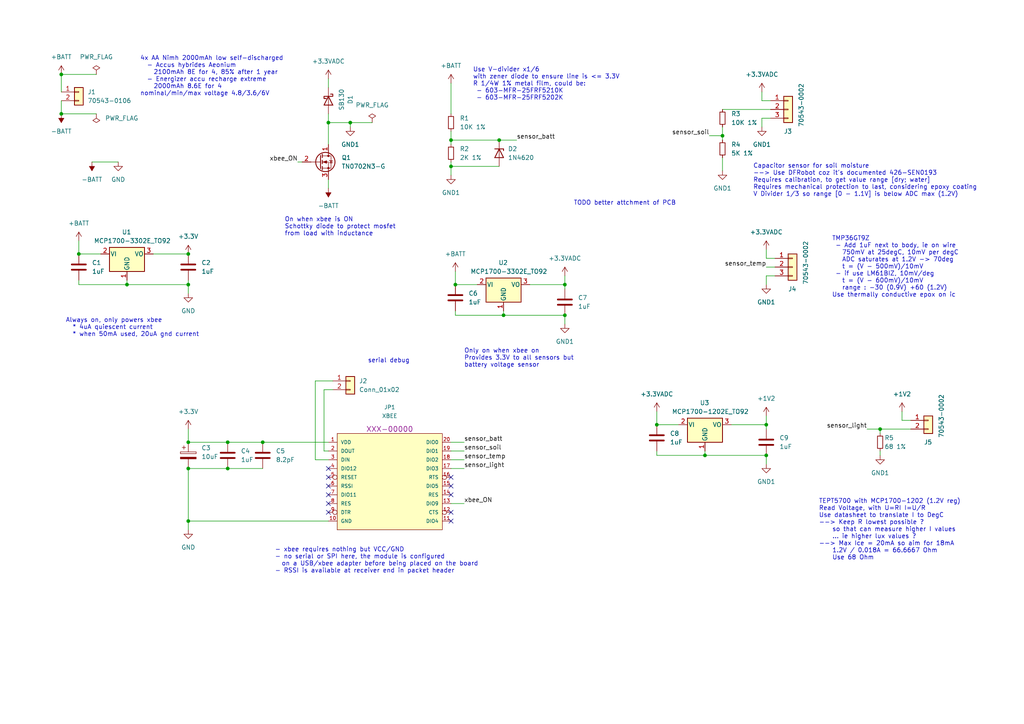
<source format=kicad_sch>
(kicad_sch (version 20211123) (generator eeschema)
  (paper "A4")
  (title_block (title "Garden Reporter Probe") (date "2022-09-13") (rev "1.0") (company "While-True") (comment 1 "Bastien Auneau"))
  (lib_symbols
    (symbol "Connector_Generic:Conn_01x02" (pin_names (offset 1.016) hide)
      (property "Reference" "J" (at 0 2.54 0))
      (property "Value" "Conn_01x02" (at 0 -5.08 0))
      (symbol "Conn_01x02_1_1"
        (rectangle (start -1.27 -2.413) (end 0 -2.667) (stroke (width 0.1524)))
        (rectangle (start -1.27 0.127) (end 0 -0.127) (stroke (width 0.1524)))
        (rectangle (start -1.27 1.27) (end 1.27 -3.81) (stroke (width 0.254)) (fill (type background)))
        (pin passive line (at -5.08 0 0) (length 3.81) (name "Pin_1") (number "1"))
        (pin passive line (at -5.08 -2.54 0) (length 3.81) (name "Pin_2") (number "2"))
      )
    )
    (symbol "Connector_Generic:Conn_01x03" (pin_names (offset 1.016) hide)
      (property "Reference" "J" (at 0 5.08 0))
      (property "Value" "Conn_01x03" (at 0 -5.08 0))
      (symbol "Conn_01x03_1_1"
        (rectangle (start -1.27 -2.413) (end 0 -2.667) (stroke (width 0.1524)))
        (rectangle (start -1.27 0.127) (end 0 -0.127) (stroke (width 0.1524)))
        (rectangle (start -1.27 2.667) (end 0 2.413) (stroke (width 0.1524)))
        (rectangle (start -1.27 3.81) (end 1.27 -3.81) (stroke (width 0.254)) (fill (type background)))
        (pin passive line (at -5.08 2.54 0) (length 3.81) (name "Pin_1") (number "1"))
        (pin passive line (at -5.08 0 0) (length 3.81) (name "Pin_2") (number "2"))
        (pin passive line (at -5.08 -2.54 0) (length 3.81) (name "Pin_3") (number "3"))
      )
    )
    (symbol "Device:C" (pin_numbers hide) (pin_names (offset 0.254))
      (property "Reference" "C" (at 0.635 2.54 0))
      (property "Value" "C" (at 0.635 -2.54 0))
      (symbol "C_0_1"
        (polyline (pts (xy -2.032 -0.762) (xy 2.032 -0.762)) (stroke (width 0.508)))
        (polyline (pts (xy -2.032 0.762) (xy 2.032 0.762)) (stroke (width 0.508)))
      )
      (symbol "C_1_1"
        (pin passive line (at 0 3.81 270) (length 2.794) (name "~") (number "1"))
        (pin passive line (at 0 -3.81 90) (length 2.794) (name "~") (number "2"))
      )
    )
    (symbol "Device:C_Polarized" (pin_numbers hide) (pin_names (offset 0.254))
      (property "Reference" "C" (at 0.635 2.54 0))
      (property "Value" "C_Polarized" (at 0.635 -2.54 0))
      (symbol "C_Polarized_0_1"
        (rectangle (start -2.286 0.508) (end 2.286 1.016))
        (polyline (pts (xy -1.778 2.286) (xy -0.762 2.286)))
        (polyline (pts (xy -1.27 2.794) (xy -1.27 1.778)))
        (rectangle (start 2.286 -0.508) (end -2.286 -1.016) (fill (type outline)))
      )
      (symbol "C_Polarized_1_1"
        (pin passive line (at 0 3.81 270) (length 2.794) (name "~") (number "1"))
        (pin passive line (at 0 -3.81 90) (length 2.794) (name "~") (number "2"))
      )
    )
    (symbol "Device:D_Schottky" (pin_numbers hide) (pin_names (offset 1.016) hide)
      (property "Reference" "D" (at 0 2.54 0))
      (property "Value" "D_Schottky" (at 0 -2.54 0))
      (symbol "D_Schottky_0_1"
        (polyline (pts (xy 1.27 0) (xy -1.27 0)))
        (polyline (pts (xy 1.27 1.27) (xy 1.27 -1.27) (xy -1.27 0) (xy 1.27 1.27)) (stroke (width 0.254)))
        (polyline (pts (xy -1.905 0.635) (xy -1.905 1.27) (xy -1.27 1.27) (xy -1.27 -1.27) (xy -0.635 -1.27) (xy -0.635 -0.635)) (stroke (width 0.254)))
      )
      (symbol "D_Schottky_1_1"
        (pin passive line (at -3.81 0 0) (length 2.54) (name "K") (number "1"))
        (pin passive line (at 3.81 0 180) (length 2.54) (name "A") (number "2"))
      )
    )
    (symbol "Device:D_Zener" (pin_numbers hide) (pin_names (offset 1.016) hide)
      (property "Reference" "D" (at 0 2.54 0))
      (property "Value" "D_Zener" (at 0 -2.54 0))
      (symbol "D_Zener_0_1"
        (polyline (pts (xy 1.27 0) (xy -1.27 0)))
        (polyline (pts (xy -1.27 -1.27) (xy -1.27 1.27) (xy -0.762 1.27)) (stroke (width 0.254)))
        (polyline (pts (xy 1.27 -1.27) (xy 1.27 1.27) (xy -1.27 0) (xy 1.27 -1.27)) (stroke (width 0.254)))
      )
      (symbol "D_Zener_1_1"
        (pin passive line (at -3.81 0 0) (length 2.54) (name "K") (number "1"))
        (pin passive line (at 3.81 0 180) (length 2.54) (name "A") (number "2"))
      )
    )
    (symbol "Device:Q_NMOS_DGS" (pin_names (offset 0) hide)
      (property "Reference" "Q" (at 5.08 1.27 0))
      (property "Value" "Q_NMOS_DGS" (at 5.08 -1.27 0))
      (symbol "Q_NMOS_DGS_0_1"
        (polyline (pts (xy 0.254 0) (xy -2.54 0)))
        (polyline (pts (xy 0.254 1.905) (xy 0.254 -1.905)) (stroke (width 0.254)))
        (polyline (pts (xy 0.762 -1.27) (xy 0.762 -2.286)) (stroke (width 0.254)))
        (polyline (pts (xy 0.762 0.508) (xy 0.762 -0.508)) (stroke (width 0.254)))
        (polyline (pts (xy 0.762 2.286) (xy 0.762 1.27)) (stroke (width 0.254)))
        (polyline (pts (xy 2.54 2.54) (xy 2.54 1.778)))
        (polyline (pts (xy 2.54 -2.54) (xy 2.54 0) (xy 0.762 0)))
        (polyline (pts (xy 0.762 -1.778) (xy 3.302 -1.778) (xy 3.302 1.778) (xy 0.762 1.778)))
        (polyline (pts (xy 1.016 0) (xy 2.032 0.381) (xy 2.032 -0.381) (xy 1.016 0)) (fill (type outline)))
        (polyline (pts (xy 2.794 0.508) (xy 2.921 0.381) (xy 3.683 0.381) (xy 3.81 0.254)))
        (polyline (pts (xy 3.302 0.381) (xy 2.921 -0.254) (xy 3.683 -0.254) (xy 3.302 0.381)))
        (circle (center 1.651 0) (radius 2.794) (stroke (width 0.254)))
        (circle (center 2.54 -1.778) (radius 0.254) (fill (type outline)))
        (circle (center 2.54 1.778) (radius 0.254) (fill (type outline)))
      )
      (symbol "Q_NMOS_DGS_1_1"
        (pin passive line (at 2.54 5.08 270) (length 2.54) (name "D") (number "1"))
        (pin input line (at -5.08 0 0) (length 2.54) (name "G") (number "2"))
        (pin passive line (at 2.54 -5.08 90) (length 2.54) (name "S") (number "3"))
      )
    )
    (symbol "Device:R_Small" (pin_numbers hide) (pin_names (offset 0.254) hide)
      (property "Reference" "R" (at 0.762 0.508 0))
      (property "Value" "R_Small" (at 0.762 -1.016 0))
      (symbol "R_Small_0_1"
        (rectangle (start -0.762 1.778) (end 0.762 -1.778) (stroke (width 0.2032)))
      )
      (symbol "R_Small_1_1"
        (pin passive line (at 0 2.54 270) (length 0.762) (name "~") (number "1"))
        (pin passive line (at 0 -2.54 90) (length 0.762) (name "~") (number "2"))
      )
    )
    (symbol "Regulator_Linear:MCP1700-3302E_TO92" (pin_names (offset 0.254))
      (property "Reference" "U" (at -3.81 -3.175 0))
      (property "Value" "MCP1700-3302E_TO92" (at 0 -3.175 0))
      (symbol "MCP1700-3302E_TO92_0_1"
        (rectangle (start -5.08 5.08) (end 5.08 -1.905) (stroke (width 0.254)) (fill (type background)))
      )
      (symbol "MCP1700-3302E_TO92_1_1"
        (pin power_in line (at 0 7.62 270) (length 2.54) (name "GND") (number "1"))
        (pin power_in line (at -7.62 0 0) (length 2.54) (name "VI") (number "2"))
        (pin power_out line (at 7.62 0 180) (length 2.54) (name "VO") (number "3"))
      )
    )
    (symbol "SparkFun-RF:XBEE" (pin_names (offset 1.016))
      (property "Reference" "JP" (at -15.24 13.97 0))
      (property "Value" "XBEE" (at -15.24 -17.78 0))
      (property "Field4" "XXX-00000" (at 0 16.51 0))
      (symbol "XBEE_1_1"
        (polyline (pts (xy -15.24 12.7) (xy 15.24 12.7) (xy 15.24 -15.24) (xy -15.24 -15.24) (xy -15.24 12.7)) (fill (type background)))
        (pin power_in line (at -17.78 10.16 0) (length 2.54) (name "VDD") (number "1"))
        (pin power_in line (at -17.78 -12.7 0) (length 2.54) (name "GND") (number "10"))
        (pin bidirectional line (at 17.78 -12.7 180) (length 2.54) (name "DIO4") (number "11"))
        (pin output inverted (at 17.78 -10.16 180) (length 2.54) (name "CTS") (number "12"))
        (pin bidirectional line (at 17.78 -7.62 180) (length 2.54) (name "DIO9") (number "13"))
        (pin bidirectional line (at 17.78 -5.08 180) (length 2.54) (name "RES") (number "14"))
        (pin bidirectional line (at 17.78 -2.54 180) (length 2.54) (name "DIO5") (number "15"))
        (pin input inverted (at 17.78 0 180) (length 2.54) (name "RTS") (number "16"))
        (pin bidirectional line (at 17.78 2.54 180) (length 2.54) (name "DIO3") (number "17"))
        (pin bidirectional line (at 17.78 5.08 180) (length 2.54) (name "DIO2") (number "18"))
        (pin bidirectional line (at 17.78 7.62 180) (length 2.54) (name "DIO1") (number "19"))
        (pin output line (at -17.78 7.62 0) (length 2.54) (name "DOUT") (number "2"))
        (pin bidirectional line (at 17.78 10.16 180) (length 2.54) (name "DIO0") (number "20"))
        (pin input line (at -17.78 5.08 0) (length 2.54) (name "DIN") (number "3"))
        (pin bidirectional line (at -17.78 2.54 0) (length 2.54) (name "DIO12") (number "4"))
        (pin input inverted (at -17.78 0 0) (length 2.54) (name "RESET") (number "5"))
        (pin bidirectional line (at -17.78 -2.54 0) (length 2.54) (name "RSSI") (number "6"))
        (pin bidirectional line (at -17.78 -5.08 0) (length 2.54) (name "DIO11") (number "7"))
        (pin bidirectional line (at -17.78 -7.62 0) (length 2.54) (name "RES") (number "8"))
        (pin bidirectional inverted (at -17.78 -10.16 0) (length 2.54) (name "DTR") (number "9"))
      )
    )
    (symbol "power:+1V2" (power) (pin_names (offset 0))
      (property "Value" "+1V2" (at 0 3.556 0))
      (symbol "+1V2_0_1"
        (polyline (pts (xy -0.762 1.27) (xy 0 2.54)))
        (polyline (pts (xy 0 0) (xy 0 2.54)))
        (polyline (pts (xy 0 2.54) (xy 0.762 1.27)))
      )
      (symbol "+1V2_1_1"
        (pin power_in line (at 0 0 90) (length 0) hide (name "+1V2") (number "1"))
      )
    )
    (symbol "power:+3.3V" (power) (pin_names (offset 0))
      (property "Value" "+3.3V" (at 0 3.556 0))
      (symbol "+3.3V_0_1"
        (polyline (pts (xy -0.762 1.27) (xy 0 2.54)))
        (polyline (pts (xy 0 0) (xy 0 2.54)))
        (polyline (pts (xy 0 2.54) (xy 0.762 1.27)))
      )
      (symbol "+3.3V_1_1"
        (pin power_in line (at 0 0 90) (length 0) hide (name "+3.3V") (number "1"))
      )
    )
    (symbol "power:+3.3VADC" (power) (pin_names (offset 0))
      (property "Value" "+3.3VADC" (at 0 2.54 0))
      (symbol "+3.3VADC_0_0"
        (pin power_in line (at 0 0 90) (length 0) hide (name "+3.3VADC") (number "1"))
      )
      (symbol "+3.3VADC_0_1"
        (polyline (pts (xy -0.762 1.27) (xy 0 2.54)))
        (polyline (pts (xy 0 0) (xy 0 2.54)))
        (polyline (pts (xy 0 2.54) (xy 0.762 1.27)))
      )
    )
    (symbol "power:+BATT" (power) (pin_names (offset 0))
      (property "Value" "+BATT" (at 0 3.556 0))
      (symbol "+BATT_0_1"
        (polyline (pts (xy -0.762 1.27) (xy 0 2.54)))
        (polyline (pts (xy 0 0) (xy 0 2.54)))
        (polyline (pts (xy 0 2.54) (xy 0.762 1.27)))
      )
      (symbol "+BATT_1_1"
        (pin power_in line (at 0 0 90) (length 0) hide (name "+BATT") (number "1"))
      )
    )
    (symbol "power:-BATT" (power) (pin_names (offset 0))
      (property "Value" "-BATT" (at 0 3.556 0))
      (symbol "-BATT_0_1"
        (polyline (pts (xy 0 0) (xy 0 2.54)))
        (polyline (pts (xy 0.762 1.27) (xy -0.762 1.27) (xy 0 2.54) (xy 0.762 1.27)) (fill (type outline)))
      )
      (symbol "-BATT_1_1"
        (pin power_in line (at 0 0 90) (length 0) hide (name "-BATT") (number "1"))
      )
    )
    (symbol "power:GND" (power) (pin_names (offset 0))
      (property "Value" "GND" (at 0 -3.81 0))
      (symbol "GND_0_1"
        (polyline (pts (xy 0 0) (xy 0 -1.27) (xy 1.27 -1.27) (xy 0 -2.54) (xy -1.27 -1.27) (xy 0 -1.27)))
      )
      (symbol "GND_1_1"
        (pin power_in line (at 0 0 270) (length 0) hide (name "GND") (number "1"))
      )
    )
    (symbol "power:GND1" (power) (pin_names (offset 0))
      (property "Value" "GND1" (at 0 -3.81 0))
      (symbol "GND1_0_1"
        (polyline (pts (xy 0 0) (xy 0 -1.27) (xy 1.27 -1.27) (xy 0 -2.54) (xy -1.27 -1.27) (xy 0 -1.27)))
      )
      (symbol "GND1_1_1"
        (pin power_in line (at 0 0 270) (length 0) hide (name "GND1") (number "1"))
      )
    )
    (symbol "power:PWR_FLAG" (power) (pin_numbers hide) (pin_names (offset 0) hide)
      (property "Value" "PWR_FLAG" (at 0 3.81 0))
      (symbol "PWR_FLAG_0_0"
        (pin power_out line (at 0 0 90) (length 0) (name "pwr") (number "1"))
      )
      (symbol "PWR_FLAG_0_1"
        (polyline (pts (xy 0 0) (xy 0 1.27) (xy -1.016 1.905) (xy 0 2.54) (xy 1.016 1.905) (xy 0 1.27)))
      )
    )
  )
  (junction (at 54.61 135.89))
  (junction (at 54.61 82.55))
  (junction (at 190.5 123.19))
  (junction (at 17.78 33.02))
  (junction (at 204.47 132.08))
  (junction (at 22.86 73.66))
  (junction (at 146.05 91.44))
  (junction (at 163.83 91.44))
  (junction (at 54.61 128.27))
  (junction (at 17.78 21.59))
  (junction (at 209.55 39.37))
  (junction (at 222.25 132.08))
  (junction (at 255.27 124.46))
  (junction (at 66.04 135.89))
  (junction (at 95.25 35.56))
  (junction (at 66.04 128.27))
  (junction (at 76.2 128.27))
  (junction (at 101.6 35.56))
  (junction (at 222.25 123.19))
  (junction (at 54.61 151.13))
  (junction (at 163.83 82.55))
  (junction (at 132.08 82.55))
  (junction (at 144.78 40.64))
  (junction (at 130.81 40.64))
  (junction (at 54.61 73.66))
  (junction (at 130.81 48.26))
  (junction (at 36.83 82.55))
  (no_connect (at 95.25 143.51))
  (no_connect (at 130.81 148.59))
  (no_connect (at 130.81 151.13))
  (no_connect (at 95.25 135.89))
  (no_connect (at 130.81 143.51))
  (no_connect (at 130.81 138.43))
  (no_connect (at 130.81 140.97))
  (no_connect (at 95.25 140.97))
  (no_connect (at 95.25 148.59))
  (no_connect (at 95.25 146.05))
  (no_connect (at 95.25 138.43))
  (wire (pts (xy 54.61 124.46) (xy 54.61 128.27)))
  (wire (pts (xy 144.78 40.64) (xy 149.86 40.64)))
  (wire (pts (xy 146.05 90.17) (xy 146.05 91.44)))
  (wire (pts (xy 17.78 21.59) (xy 17.78 26.67)))
  (wire (pts (xy 54.61 153.67) (xy 54.61 151.13)))
  (wire (pts (xy 222.25 134.62) (xy 222.25 132.08)))
  (wire (pts (xy 130.81 128.27) (xy 134.62 128.27)))
  (wire (pts (xy 261.62 121.92) (xy 261.62 119.38)))
  (wire (pts (xy 86.36 46.99) (xy 87.63 46.99)))
  (wire (pts (xy 130.81 130.81) (xy 134.62 130.81)))
  (wire (pts (xy 222.25 123.19) (xy 222.25 120.65)))
  (wire (pts (xy 255.27 130.81) (xy 255.27 132.08)))
  (wire (pts (xy 93.98 130.81) (xy 93.98 113.03)))
  (wire (pts (xy 130.81 135.89) (xy 134.62 135.89)))
  (wire (pts (xy 223.52 34.29) (xy 220.98 34.29)))
  (wire (pts (xy 222.25 124.46) (xy 222.25 123.19)))
  (wire (pts (xy 130.81 24.13) (xy 130.81 33.02)))
  (wire (pts (xy 130.81 38.1) (xy 130.81 40.64)))
  (wire (pts (xy 212.09 123.19) (xy 222.25 123.19)))
  (wire (pts (xy 204.47 130.81) (xy 204.47 132.08)))
  (wire (pts (xy 95.25 52.07) (xy 95.25 54.61)))
  (wire (pts (xy 163.83 93.98) (xy 163.83 91.44)))
  (wire (pts (xy 190.5 130.81) (xy 190.5 132.08)))
  (wire (pts (xy 66.04 128.27) (xy 76.2 128.27)))
  (wire (pts (xy 101.6 35.56) (xy 101.6 36.83)))
  (wire (pts (xy 95.25 22.86) (xy 95.25 25.4)))
  (wire (pts (xy 222.25 77.47) (xy 224.79 77.47)))
  (wire (pts (xy 95.25 33.02) (xy 95.25 35.56)))
  (wire (pts (xy 224.79 80.01) (xy 222.25 80.01)))
  (wire (pts (xy 204.47 132.08) (xy 190.5 132.08)))
  (wire (pts (xy 130.81 46.99) (xy 130.81 48.26)))
  (wire (pts (xy 209.55 45.72) (xy 209.55 49.53)))
  (wire (pts (xy 222.25 80.01) (xy 222.25 82.55)))
  (wire (pts (xy 54.61 151.13) (xy 95.25 151.13)))
  (wire (pts (xy 130.81 146.05) (xy 134.62 146.05)))
  (wire (pts (xy 209.55 36.83) (xy 209.55 39.37)))
  (wire (pts (xy 17.78 21.59) (xy 27.94 21.59)))
  (wire (pts (xy 54.61 81.28) (xy 54.61 82.55)))
  (wire (pts (xy 95.25 130.81) (xy 93.98 130.81)))
  (wire (pts (xy 130.81 133.35) (xy 134.62 133.35)))
  (wire (pts (xy 66.04 135.89) (xy 76.2 135.89)))
  (wire (pts (xy 29.21 73.66) (xy 22.86 73.66)))
  (wire (pts (xy 190.5 119.38) (xy 190.5 123.19)))
  (wire (pts (xy 220.98 34.29) (xy 220.98 36.83)))
  (wire (pts (xy 22.86 69.85) (xy 22.86 73.66)))
  (wire (pts (xy 130.81 40.64) (xy 144.78 40.64)))
  (wire (pts (xy 132.08 78.74) (xy 132.08 82.55)))
  (wire (pts (xy 44.45 73.66) (xy 54.61 73.66)))
  (wire (pts (xy 209.55 31.75) (xy 223.52 31.75)))
  (wire (pts (xy 26.67 46.99) (xy 34.29 46.99)))
  (wire (pts (xy 209.55 39.37) (xy 209.55 40.64)))
  (wire (pts (xy 54.61 135.89) (xy 66.04 135.89)))
  (wire (pts (xy 17.78 29.21) (xy 17.78 33.02)))
  (wire (pts (xy 54.61 128.27) (xy 66.04 128.27)))
  (wire (pts (xy 264.16 121.92) (xy 261.62 121.92)))
  (wire (pts (xy 93.98 113.03) (xy 96.52 113.03)))
  (wire (pts (xy 130.81 40.64) (xy 130.81 41.91)))
  (wire (pts (xy 163.83 82.55) (xy 163.83 80.01)))
  (wire (pts (xy 222.25 74.93) (xy 222.25 72.39)))
  (wire (pts (xy 17.78 33.02) (xy 27.94 33.02)))
  (wire (pts (xy 107.95 35.56) (xy 101.6 35.56)))
  (wire (pts (xy 54.61 85.09) (xy 54.61 82.55)))
  (wire (pts (xy 146.05 91.44) (xy 132.08 91.44)))
  (wire (pts (xy 204.47 132.08) (xy 222.25 132.08)))
  (wire (pts (xy 196.85 123.19) (xy 190.5 123.19)))
  (wire (pts (xy 224.79 74.93) (xy 222.25 74.93)))
  (wire (pts (xy 163.83 83.82) (xy 163.83 82.55)))
  (wire (pts (xy 153.67 82.55) (xy 163.83 82.55)))
  (wire (pts (xy 130.81 48.26) (xy 130.81 50.8)))
  (wire (pts (xy 95.25 35.56) (xy 101.6 35.56)))
  (wire (pts (xy 205.74 39.37) (xy 209.55 39.37)))
  (wire (pts (xy 91.44 110.49) (xy 91.44 133.35)))
  (wire (pts (xy 22.86 82.55) (xy 36.83 82.55)))
  (wire (pts (xy 36.83 81.28) (xy 36.83 82.55)))
  (wire (pts (xy 96.52 110.49) (xy 91.44 110.49)))
  (wire (pts (xy 91.44 133.35) (xy 95.25 133.35)))
  (wire (pts (xy 54.61 135.89) (xy 54.61 151.13)))
  (wire (pts (xy 138.43 82.55) (xy 132.08 82.55)))
  (wire (pts (xy 130.81 48.26) (xy 144.78 48.26)))
  (wire (pts (xy 76.2 128.27) (xy 95.25 128.27)))
  (wire (pts (xy 255.27 125.73) (xy 255.27 124.46)))
  (wire (pts (xy 255.27 124.46) (xy 264.16 124.46)))
  (wire (pts (xy 146.05 91.44) (xy 163.83 91.44)))
  (wire (pts (xy 22.86 82.55) (xy 22.86 81.28)))
  (wire (pts (xy 132.08 90.17) (xy 132.08 91.44)))
  (wire (pts (xy 220.98 29.21) (xy 220.98 26.67)))
  (wire (pts (xy 223.52 29.21) (xy 220.98 29.21)))
  (wire (pts (xy 36.83 82.55) (xy 54.61 82.55)))
  (wire (pts (xy 95.25 35.56) (xy 95.25 41.91)))
  (wire (pts (xy 251.46 124.46) (xy 255.27 124.46)))
  (text " - xbee requires nothing but VCC/GND\n - no serial or SPI here, the module is configured \n   on a USB/xbee adapter before being placed on the board\n - RSSI is available at receiver end in packet header" (at 78.74 166.37 0) (effects (font (size 1.27 1.27)) (justify left bottom)))
  (text "TODO better attchment of PCB" (at 166.37 59.69 0) (effects (font (size 1.27 1.27)) (justify left bottom)))
  (text "Use V-divider x1/6\nwith zener diode to ensure line is <= 3.3V\nR 1/4W 1% metal film, could be:\n - 603-MFR-25FRF5210K\n - 603-MFR-25FRF5202K" (at 137.16 29.21 0) (effects (font (size 1.27 1.27)) (justify left bottom)))
  (text "Always on, only powers xbee\n  * 4uA quiescent current\n  * when 50mA used, 20uA gnd current" (at 19.05 97.79 0) (effects (font (size 1.27 1.27)) (justify left bottom)))
  (text "4x AA Nimh 2000mAh low self-discharged\n  - Accus hybrides Aeonium\n    2100mAh 8E for 4, 85% after 1 year\n  - Energizer accu recharge extreme \n    2000mAh 8.6E for 4\nnominal/min/max voltage 4.8/3.6/6V" (at 40.64 27.94 0) (effects (font (size 1.27 1.27)) (justify left bottom)))
  (text "Only on when xbee on\nProvides 3.3V to all sensors but\nbattery voltage sensor" (at 134.62 106.68 0) (effects (font (size 1.27 1.27)) (justify left bottom)))
  (text "TMP36GT9Z\n - Add 1uF next to body, ie on wire\n   750mV at 25degC, 10mV per degC\n   ADC saturates at 1.2V -> 70deg\n   t = (V - 500mV)/10mV\n - if use LM61BIZ, 10mV/deg\n   t = (V - 600mV)/10mV\n   range : -30 (0.9V) +60 (1.2V)\nUse thermally conductive epox on ic" (at 241.3 86.36 0) (effects (font (size 1.27 1.27)) (justify left bottom)))
  (text "On when xbee is ON\nSchottky diode to protect mosfet\nfrom load with inductance" (at 82.55 68.58 0) (effects (font (size 1.27 1.27)) (justify left bottom)))
  (text "Capacitor sensor for soil moisture\n--> Use DFRobot coz it's documented 426-SEN0193\nRequires calibration, to get value range [dry; water]\nRequires mechanical protection to last, considering epoxy coating\nV Divider 1/3 so range [0 - 1.1V] is below ADC max (1.2V)" (at 218.44 57.15 0) (effects (font (size 1.27 1.27)) (justify left bottom)))
  (text "serial debug" (at 106.68 105.41 0) (effects (font (size 1.27 1.27)) (justify left bottom)))
  (text "TEPT5700 with MCP1700-1202 (1.2V reg)\nRead Voltage, with U=RI I=U/R\nUse datasheet to translate I to DegC\n--> Keep R lowest possible ?\n    so that can measure higher I values\n    ... ie higher lux values ?\n--> Max Ice = 20mA so aim for 18mA\n    1.2V / 0.018A = 66.6667 Ohm\n    Use 68 Ohm" (at 237.49 162.56 0) (effects (font (size 1.27 1.27)) (justify left bottom)))
  (label "xbee_ON" (at 86.36 46.99 180))
  (label "xbee_ON" (at 134.62 146.05 0))
  (label "sensor_light" (at 251.46 124.46 180))
  (label "sensor_soil" (at 134.62 130.81 0))
  (label "sensor_batt" (at 134.62 128.27 0))
  (label "sensor_light" (at 134.62 135.89 0))
  (label "sensor_soil" (at 205.74 39.37 180))
  (label "sensor_temp" (at 222.25 77.47 180))
  (label "sensor_batt" (at 149.86 40.64 0))
  (label "sensor_temp" (at 134.62 133.35 0))
  (symbol (lib_id "Regulator_Linear:MCP1700-3302E_TO92") (at 36.83 73.66 0) (mirror x) (unit 1)
    (property "Reference" "U1" (at 38.1 67.31 0) (effects (justify right)))
    (property "Value" "MCP1700-3302E_TO92" (at 49.53 69.85 0) (effects (justify right)))
    (property "Footprint" "Package_TO_SOT_THT:TO-92_Inline" (effects hide))
    (property "Datasheet" "http://ww1.microchip.com/downloads/en/DeviceDoc/20001826D.pdf" (effects hide))
  )
  (symbol (lib_id "power:GND1") (at 222.25 82.55 0) (unit 1)
    (property "Reference" "#PWR023" (effects hide))
    (property "Value" "GND1" (at 222.25 87.63 0))
  )
  (symbol (lib_id "power:+BATT") (at 17.78 21.59 0) (unit 1)
    (property "Reference" "#PWR01" (effects hide))
    (property "Value" "+BATT" (at 17.78 16.51 0))
  )
  (symbol (lib_id "power:GND1") (at 163.83 93.98 0) (unit 1)
    (property "Reference" "#PWR017" (effects hide))
    (property "Value" "GND1" (at 163.83 99.06 0))
  )
  (symbol (lib_id "Device:R_Small") (at 209.55 43.18 0) (unit 1)
    (property "Reference" "R4" (at 212.09 41.9099 0) (effects (justify left)))
    (property "Value" "5K 1%" (at 212.09 44.4499 0) (effects (justify left)))
    (property "Footprint" "Resistor_THT:R_Axial_DIN0207_L6.3mm_D2.5mm_P7.62mm_Horizontal" (effects hide))
  )
  (symbol (lib_id "power:PWR_FLAG") (at 27.94 33.02 180) (unit 1)
    (property "Reference" "#FLG02" (effects hide))
    (property "Value" "PWR_FLAG" (at 30.48 34.2899 0) (effects (justify right)))
  )
  (symbol (lib_id "power:+3.3VADC") (at 190.5 119.38 0) (unit 1)
    (property "Reference" "#PWR018" (effects hide))
    (property "Value" "+3.3VADC" (at 190.5 114.3 0))
  )
  (symbol (lib_id "Device:Q_NMOS_DGS") (at 92.71 46.99 0) (unit 1)
    (property "Reference" "Q1" (at 99.06 45.7199 0) (effects (justify left)))
    (property "Value" "TN0702N3-G" (at 99.06 48.2599 0) (effects (justify left)))
    (property "Footprint" "Package_TO_SOT_THT:TO-92_Inline" (effects hide))
  )
  (symbol (lib_id "power:+BATT") (at 132.08 78.74 0) (unit 1)
    (property "Reference" "#PWR015" (effects hide))
    (property "Value" "+BATT" (at 132.08 73.66 0))
  )
  (symbol (lib_id "power:-BATT") (at 17.78 33.02 180) (unit 1)
    (property "Reference" "#PWR02" (effects hide))
    (property "Value" "-BATT" (at 17.78 38.1 0))
  )
  (symbol (lib_id "Device:C") (at 163.83 87.63 0) (unit 1)
    (property "Reference" "C7" (at 167.64 86.3599 0) (effects (justify left)))
    (property "Value" "1uF" (at 167.64 88.8999 0) (effects (justify left)))
    (property "Footprint" "Capacitor_THT:C_Disc_D3.0mm_W2.0mm_P2.50mm" (effects hide))
  )
  (symbol (lib_id "SparkFun-RF:XBEE") (at 113.03 138.43 0) (unit 1)
    (property "Reference" "JP1" (at 113.03 118.11 0) (effects (font (size 1.143 1.143))))
    (property "Value" "XBEE" (at 113.03 120.65 0) (effects (font (size 1.143 1.143))))
    (property "Footprint" "XBEE" (effects hide))
    (property "Field4" "XXX-00000" (at 113.03 124.46 0) (effects (font (size 1.524 1.524))))
  )
  (symbol (lib_id "power:+3.3V") (at 54.61 124.46 0) (unit 1)
    (property "Reference" "#PWR08" (effects hide))
    (property "Value" "+3.3V" (at 54.61 119.38 0))
  )
  (symbol (lib_id "power:GND") (at 54.61 153.67 0) (unit 1)
    (property "Reference" "#PWR09" (effects hide))
    (property "Value" "GND" (at 54.61 158.75 0))
  )
  (symbol (lib_id "Device:C") (at 222.25 128.27 0) (unit 1)
    (property "Reference" "C9" (at 226.06 126.9999 0) (effects (justify left)))
    (property "Value" "1uF" (at 226.06 129.5399 0) (effects (justify left)))
    (property "Footprint" "Capacitor_THT:C_Disc_D3.0mm_W2.0mm_P2.50mm" (effects hide))
  )
  (symbol (lib_id "power:GND1") (at 130.81 50.8 0) (unit 1)
    (property "Reference" "#PWR014" (effects hide))
    (property "Value" "GND1" (at 130.81 55.88 0))
  )
  (symbol (lib_id "power:+3.3VADC") (at 163.83 80.01 0) (unit 1)
    (property "Reference" "#PWR016" (effects hide))
    (property "Value" "+3.3VADC" (at 163.83 74.93 0))
  )
  (symbol (lib_id "power:+3.3VADC") (at 222.25 72.39 0) (unit 1)
    (property "Reference" "#PWR022" (effects hide))
    (property "Value" "+3.3VADC" (at 222.25 67.31 0))
  )
  (symbol (lib_id "power:GND") (at 34.29 46.99 0) (unit 1)
    (property "Reference" "#PWR05" (effects hide))
    (property "Value" "GND" (at 34.29 52.07 0))
  )
  (symbol (lib_id "power:GND1") (at 209.55 49.53 0) (unit 1)
    (property "Reference" "#PWR019" (effects hide))
    (property "Value" "GND1" (at 209.55 54.61 0))
  )
  (symbol (lib_id "Device:R_Small") (at 130.81 44.45 0) (unit 1)
    (property "Reference" "R2" (at 133.35 43.1799 0) (effects (justify left)))
    (property "Value" "2K 1%" (at 133.35 45.7199 0) (effects (justify left)))
    (property "Footprint" "Resistor_THT:R_Axial_DIN0207_L6.3mm_D2.5mm_P7.62mm_Horizontal" (effects hide))
  )
  (symbol (lib_id "Device:C") (at 54.61 77.47 0) (unit 1)
    (property "Reference" "C2" (at 58.42 76.1999 0) (effects (justify left)))
    (property "Value" "1uF" (at 58.42 78.7399 0) (effects (justify left)))
    (property "Footprint" "Capacitor_THT:C_Disc_D3.0mm_W2.0mm_P2.50mm" (effects hide))
  )
  (symbol (lib_id "Regulator_Linear:MCP1700-3302E_TO92") (at 204.47 123.19 0) (mirror x) (unit 1)
    (property "Reference" "U3" (at 205.74 116.84 0) (effects (justify right)))
    (property "Value" "MCP1700-1202E_TO92" (at 217.17 119.38 0) (effects (justify right)))
    (property "Footprint" "Package_TO_SOT_THT:TO-92_Inline" (effects hide))
    (property "Datasheet" "http://ww1.microchip.com/downloads/en/DeviceDoc/20001826D.pdf" (effects hide))
  )
  (symbol (lib_id "power:+BATT") (at 22.86 69.85 0) (unit 1)
    (property "Reference" "#PWR03" (effects hide))
    (property "Value" "+BATT" (at 22.86 64.77 0))
  )
  (symbol (lib_id "power:PWR_FLAG") (at 27.94 21.59 0) (unit 1)
    (property "Reference" "#FLG01" (effects hide))
    (property "Value" "PWR_FLAG" (at 27.94 16.51 0))
  )
  (symbol (lib_id "Device:C") (at 66.04 132.08 0) (unit 1)
    (property "Reference" "C4" (at 69.85 130.8099 0) (effects (justify left)))
    (property "Value" "1uF" (at 69.85 133.3499 0) (effects (justify left)))
    (property "Footprint" "Capacitor_THT:C_Disc_D3.0mm_W2.0mm_P2.50mm" (effects hide))
  )
  (symbol (lib_id "Device:C") (at 132.08 86.36 0) (unit 1)
    (property "Reference" "C6" (at 135.89 85.0899 0) (effects (justify left)))
    (property "Value" "1uF" (at 135.89 87.6299 0) (effects (justify left)))
    (property "Footprint" "Capacitor_THT:C_Disc_D3.0mm_W2.0mm_P2.50mm" (effects hide))
  )
  (symbol (lib_id "Connector_Generic:Conn_01x02") (at 22.86 26.67 0) (unit 1)
    (property "Reference" "J1" (at 25.4 26.6699 0) (effects (justify left)))
    (property "Value" "70543-0106" (at 25.4 29.2099 0) (effects (justify left)))
    (property "Footprint" "Connector_Molex:Molex_SL_171971-0002_1x02_P2.54mm_Vertical" (effects hide))
  )
  (symbol (lib_id "Connector_Generic:Conn_01x03") (at 229.87 77.47 0) (unit 1)
    (property "Reference" "J4" (at 228.6 83.82 0) (effects (justify left)))
    (property "Value" "70543-0002" (at 233.68 82.55 90) (effects (justify left)))
    (property "Footprint" "Connector_Molex:Molex_SL_171971-0003_1x03_P2.54mm_Vertical" (effects hide))
  )
  (symbol (lib_id "power:GND1") (at 255.27 132.08 0) (unit 1)
    (property "Reference" "#PWR026" (effects hide))
    (property "Value" "GND1" (at 255.27 137.16 0))
  )
  (symbol (lib_id "power:GND1") (at 101.6 36.83 0) (unit 1)
    (property "Reference" "#PWR012" (effects hide))
    (property "Value" "GND1" (at 101.6 41.91 0))
  )
  (symbol (lib_id "Device:C") (at 76.2 132.08 0) (unit 1)
    (property "Reference" "C5" (at 80.01 130.8099 0) (effects (justify left)))
    (property "Value" "8.2pF" (at 80.01 133.3499 0) (effects (justify left)))
    (property "Footprint" "Capacitor_THT:C_Disc_D3.8mm_W2.6mm_P2.50mm" (effects hide))
  )
  (symbol (lib_id "power:GND1") (at 222.25 134.62 0) (unit 1)
    (property "Reference" "#PWR025" (effects hide))
    (property "Value" "GND1" (at 222.25 139.7 0))
  )
  (symbol (lib_id "power:-BATT") (at 95.25 54.61 180) (unit 1)
    (property "Reference" "#PWR011" (effects hide))
    (property "Value" "-BATT" (at 95.25 59.69 0))
  )
  (symbol (lib_id "power:PWR_FLAG") (at 107.95 35.56 0) (unit 1)
    (property "Reference" "#FLG03" (effects hide))
    (property "Value" "PWR_FLAG" (at 107.95 30.48 0))
  )
  (symbol (lib_id "Device:C") (at 190.5 127 0) (unit 1)
    (property "Reference" "C8" (at 194.31 125.7299 0) (effects (justify left)))
    (property "Value" "1uF" (at 194.31 128.2699 0) (effects (justify left)))
    (property "Footprint" "Capacitor_THT:C_Disc_D3.0mm_W2.0mm_P2.50mm" (effects hide))
  )
  (symbol (lib_id "Device:R_Small") (at 130.81 35.56 0) (unit 1)
    (property "Reference" "R1" (at 133.35 34.2899 0) (effects (justify left)))
    (property "Value" "10K 1%" (at 133.35 36.8299 0) (effects (justify left)))
    (property "Footprint" "Resistor_THT:R_Axial_DIN0207_L6.3mm_D2.5mm_P7.62mm_Horizontal" (effects hide))
  )
  (symbol (lib_id "Connector_Generic:Conn_01x03") (at 228.6 31.75 0) (unit 1)
    (property "Reference" "J3" (at 227.33 38.1 0) (effects (justify left)))
    (property "Value" "70543-0002" (at 232.41 36.83 90) (effects (justify left)))
    (property "Footprint" "Connector_Molex:Molex_SL_171971-0003_1x03_P2.54mm_Vertical" (effects hide))
  )
  (symbol (lib_id "power:+3.3VADC") (at 95.25 22.86 0) (unit 1)
    (property "Reference" "#PWR010" (effects hide))
    (property "Value" "+3.3VADC" (at 95.25 17.78 0))
  )
  (symbol (lib_id "power:+3.3VADC") (at 220.98 26.67 0) (unit 1)
    (property "Reference" "#PWR020" (effects hide))
    (property "Value" "+3.3VADC" (at 220.98 21.59 0))
  )
  (symbol (lib_id "power:+3.3V") (at 54.61 73.66 0) (unit 1)
    (property "Reference" "#PWR06" (effects hide))
    (property "Value" "+3.3V" (at 54.61 68.58 0))
  )
  (symbol (lib_id "Connector_Generic:Conn_01x02") (at 101.6 110.49 0) (unit 1)
    (property "Reference" "J2" (at 104.14 110.4899 0) (effects (justify left)))
    (property "Value" "Conn_01x02" (at 104.14 113.0299 0) (effects (justify left)))
    (property "Footprint" "Connector_PinHeader_2.54mm:PinHeader_1x02_P2.54mm_Vertical" (effects hide))
  )
  (symbol (lib_id "Device:R_Small") (at 255.27 128.27 0) (unit 1)
    (property "Reference" "R5" (at 256.54 127 0) (effects (justify left)))
    (property "Value" "68 1%" (at 256.54 129.54 0) (effects (justify left)))
    (property "Footprint" "Resistor_THT:R_Axial_DIN0207_L6.3mm_D2.5mm_P7.62mm_Horizontal" (effects hide))
  )
  (symbol (lib_id "Connector_Generic:Conn_01x02") (at 269.24 121.92 0) (unit 1)
    (property "Reference" "J5" (at 267.97 128.27 0) (effects (justify left)))
    (property "Value" "70543-0002" (at 273.05 127 90) (effects (justify left)))
    (property "Footprint" "Connector_Molex:Molex_SL_171971-0002_1x02_P2.54mm_Vertical" (effects hide))
  )
  (symbol (lib_id "Device:D_Zener") (at 144.78 44.45 270) (unit 1)
    (property "Reference" "D2" (at 147.32 43.1799 90) (effects (justify left)))
    (property "Value" "1N4620" (at 147.32 45.7199 90) (effects (justify left)))
    (property "Footprint" "Diode_THT:D_DO-35_SOD27_P7.62mm_Horizontal" (effects hide))
  )
  (symbol (lib_id "power:+1V2") (at 261.62 119.38 0) (unit 1)
    (property "Reference" "#PWR027" (effects hide))
    (property "Value" "+1V2" (at 261.62 114.3 0))
  )
  (symbol (lib_id "Device:D_Schottky") (at 95.25 29.21 270) (unit 1)
    (property "Reference" "D1" (at 101.6 28.8925 0))
    (property "Value" "SB130" (at 99.06 28.8925 0))
    (property "Footprint" "Diode_THT:D_DO-15_P10.16mm_Horizontal" (effects hide))
  )
  (symbol (lib_id "power:GND") (at 54.61 85.09 0) (unit 1)
    (property "Reference" "#PWR07" (effects hide))
    (property "Value" "GND" (at 54.61 90.17 0))
  )
  (symbol (lib_id "power:+BATT") (at 130.81 24.13 0) (unit 1)
    (property "Reference" "#PWR013" (effects hide))
    (property "Value" "+BATT" (at 130.81 19.05 0))
  )
  (symbol (lib_id "Device:C") (at 22.86 77.47 0) (unit 1)
    (property "Reference" "C1" (at 26.67 76.1999 0) (effects (justify left)))
    (property "Value" "1uF" (at 26.67 78.7399 0) (effects (justify left)))
    (property "Footprint" "Capacitor_THT:C_Disc_D3.0mm_W2.0mm_P2.50mm" (effects hide))
  )
  (symbol (lib_id "power:GND1") (at 220.98 36.83 0) (unit 1)
    (property "Reference" "#PWR021" (effects hide))
    (property "Value" "GND1" (at 220.98 41.91 0))
  )
  (symbol (lib_id "Device:C_Polarized") (at 54.61 132.08 0) (unit 1)
    (property "Reference" "C3" (at 58.42 129.9209 0) (effects (justify left)))
    (property "Value" "10uF" (at 58.42 132.4609 0) (effects (justify left)))
    (property "Footprint" "Capacitor_THT:CP_Radial_D5.0mm_P2.00mm" (effects hide))
  )
  (symbol (lib_id "Regulator_Linear:MCP1700-3302E_TO92") (at 146.05 82.55 0) (mirror x) (unit 1)
    (property "Reference" "U2" (at 147.32 76.2 0) (effects (justify right)))
    (property "Value" "MCP1700-3302E_TO92" (at 158.75 78.74 0) (effects (justify right)))
    (property "Footprint" "Package_TO_SOT_THT:TO-92_Inline" (effects hide))
    (property "Datasheet" "http://ww1.microchip.com/downloads/en/DeviceDoc/20001826D.pdf" (effects hide))
  )
  (symbol (lib_id "power:+1V2") (at 222.25 120.65 0) (unit 1)
    (property "Reference" "#PWR024" (effects hide))
    (property "Value" "+1V2" (at 222.25 115.57 0))
  )
  (symbol (lib_id "Device:R_Small") (at 209.55 34.29 0) (unit 1)
    (property "Reference" "R3" (at 212.09 33.0199 0) (effects (justify left)))
    (property "Value" "10K 1%" (at 212.09 35.5599 0) (effects (justify left)))
    (property "Footprint" "Resistor_THT:R_Axial_DIN0207_L6.3mm_D2.5mm_P7.62mm_Horizontal" (effects hide))
  )
  (symbol (lib_id "power:-BATT") (at 26.67 46.99 180) (unit 1)
    (property "Reference" "#PWR04" (effects hide))
    (property "Value" "-BATT" (at 26.67 52.07 0))
  )
)
</source>
